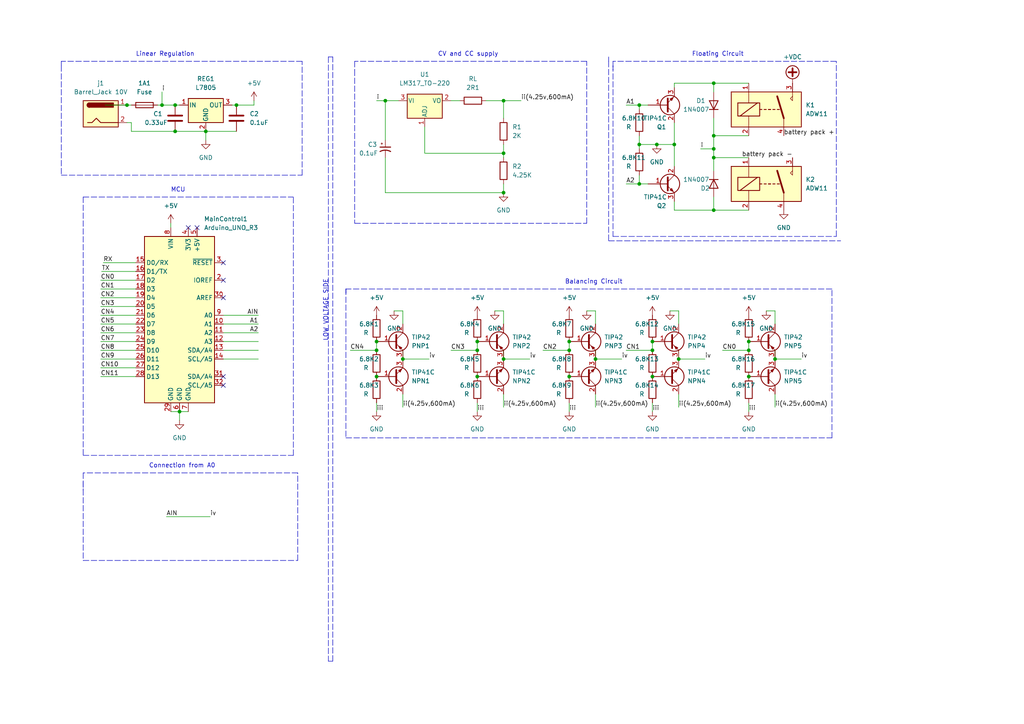
<source format=kicad_sch>
(kicad_sch (version 20250114) (generator "eeschema") (generator_version "9.0")
  (paper "A4")
  (title_block (title "BMS ") (date "2022-12-29") (rev "0.1") (company "Created X-Labs") (comment 1 "Schematic Provided for PCB Drafting by:"))
  (lib_symbols
    (symbol "ADW11_1"
      (property "Reference" "K?" (at 11.43 1.2701 0))
      (property "Value" "ADW11" (at 11.43 -1.2699 0))
      (symbol "ADW11_1_1_1"
        (rectangle (start -10.16 5.08) (end 10.16 -5.08) (stroke (width 0.254)) (fill (type background)))
        (rectangle (start -8.255 1.905) (end -1.905 -1.905) (stroke (width 0.254)))
        (polyline (pts (xy -7.62 -1.905) (xy -2.54 1.905)) (stroke (width 0.254)))
        (polyline (pts (xy -5.08 5.08) (xy -5.08 1.905)))
        (polyline (pts (xy -5.08 -5.08) (xy -5.08 -1.905)))
        (polyline (pts (xy -1.905 0) (xy -1.27 0)) (stroke (width 0.254)))
        (polyline (pts (xy -0.635 0) (xy 0 0)) (stroke (width 0.254)))
        (polyline (pts (xy 0.635 0) (xy 1.27 0)) (stroke (width 0.254)))
        (polyline (pts (xy 0.635 0) (xy 1.27 0)) (stroke (width 0.254)))
        (polyline (pts (xy 1.905 0) (xy 2.54 0)) (stroke (width 0.254)))
        (polyline (pts (xy 3.175 0) (xy 3.81 0)) (stroke (width 0.254)))
        (polyline (pts (xy 5.08 -2.54) (xy 3.175 3.81)) (stroke (width 0.508)))
        (polyline (pts (xy 5.08 -2.54) (xy 5.08 -5.08)))
        (polyline (pts (xy 7.62 3.81) (xy 7.62 5.08)))
        (polyline (pts (xy 7.62 3.81) (xy 7.62 2.54) (xy 6.985 3.175) (xy 7.62 3.81)))
        (pin passive line (at -5.08 7.62 270) (length 2.54) (name "~") (number "1"))
        (pin passive line (at -5.08 -7.62 90) (length 2.54) (name "~") (number "2"))
        (pin passive line (at 5.08 -7.62 90) (length 2.54) (name "~") (number "4"))
        (pin passive line (at 7.62 7.62 270) (length 2.54) (name "~") (number "3"))
      )
    )
    (symbol "Connector:Barrel_Jack" (pin_names (offset 1.016))
      (property "Reference" "J" (at 0 5.334 0))
      (property "Value" "Barrel_Jack" (at 0 -5.08 0))
      (symbol "Barrel_Jack_0_1"
        (rectangle (start -5.08 3.81) (end 5.08 -3.81) (stroke (width 0.254)) (fill (type background)))
        (polyline (pts (xy -3.81 -2.54) (xy -2.54 -2.54) (xy -1.27 -1.27) (xy 0 -2.54) (xy 2.54 -2.54) (xy 5.08 -2.54)) (stroke (width 0.254)))
        (arc (start -3.302 1.905) (mid -3.9342 2.54) (end -3.302 3.175) (stroke (width 0.254)))
        (arc (start -3.302 1.905) (mid -3.9342 2.54) (end -3.302 3.175) (stroke (width 0.254)) (fill (type outline)))
        (rectangle (start 3.683 3.175) (end -3.302 1.905) (stroke (width 0.254)) (fill (type outline)))
        (polyline (pts (xy 5.08 2.54) (xy 3.81 2.54)) (stroke (width 0.254)))
      )
      (symbol "Barrel_Jack_1_1"
        (pin passive line (at 7.62 2.54 180) (length 2.54) (name "~") (number "1"))
        (pin passive line (at 7.62 -2.54 180) (length 2.54) (name "~") (number "2"))
      )
    )
    (symbol "Device:C" (pin_numbers (hide yes)) (pin_names (offset 0.254))
      (property "Reference" "C" (at 0.635 2.54 0))
      (property "Value" "C" (at 0.635 -2.54 0))
      (symbol "C_0_1"
        (polyline (pts (xy -2.032 0.762) (xy 2.032 0.762)) (stroke (width 0.508)))
        (polyline (pts (xy -2.032 -0.762) (xy 2.032 -0.762)) (stroke (width 0.508)))
      )
      (symbol "C_1_1"
        (pin passive line (at 0 3.81 270) (length 2.794) (name "~") (number "1"))
        (pin passive line (at 0 -3.81 90) (length 2.794) (name "~") (number "2"))
      )
    )
    (symbol "Device:C_Polarized_Small_US" (pin_numbers (hide yes)) (pin_names (offset 0.254) (hide yes))
      (property "Reference" "C" (at 0.254 1.778 0))
      (property "Value" "C_Polarized_Small_US" (at 0.254 -2.032 0))
      (symbol "C_Polarized_Small_US_0_1"
        (polyline (pts (xy -1.524 0.508) (xy 1.524 0.508)) (stroke (width 0.3048)))
        (polyline (pts (xy -1.27 1.524) (xy -0.762 1.524)))
        (polyline (pts (xy -1.016 1.27) (xy -1.016 1.778)))
        (arc (start -1.524 -0.762) (mid 0 -0.3734) (end 1.524 -0.762) (stroke (width 0.3048)))
      )
      (symbol "C_Polarized_Small_US_1_1"
        (pin passive line (at 0 2.54 270) (length 2.032) (name "~") (number "1"))
        (pin passive line (at 0 -2.54 90) (length 2.032) (name "~") (number "2"))
      )
    )
    (symbol "Device:Fuse" (pin_numbers (hide yes)) (pin_names (offset 0))
      (property "Reference" "F" (at 2.032 0 90))
      (property "Value" "Fuse" (at -1.905 0 90))
      (symbol "Fuse_0_1"
        (rectangle (start -0.762 -2.54) (end 0.762 2.54) (stroke (width 0.254)))
        (polyline (pts (xy 0 2.54) (xy 0 -2.54)))
      )
      (symbol "Fuse_1_1"
        (pin passive line (at 0 3.81 270) (length 1.27) (name "~") (number "1"))
        (pin passive line (at 0 -3.81 90) (length 1.27) (name "~") (number "2"))
      )
    )
    (symbol "Device:R" (pin_numbers (hide yes)) (pin_names (offset 0))
      (property "Reference" "R" (at 2.032 0 90))
      (property "Value" "R" (at 0 0 90))
      (symbol "R_0_1"
        (rectangle (start -1.016 -2.54) (end 1.016 2.54) (stroke (width 0.254)))
      )
      (symbol "R_1_1"
        (pin passive line (at 0 3.81 270) (length 1.27) (name "~") (number "1"))
        (pin passive line (at 0 -3.81 90) (length 1.27) (name "~") (number "2"))
      )
    )
    (symbol "Diode:1N4007" (pin_numbers (hide yes)) (pin_names (hide yes))
      (property "Reference" "D" (at 0 2.54 0))
      (property "Value" "1N4007" (at 0 -2.54 0))
      (symbol "1N4007_0_1"
        (polyline (pts (xy -1.27 1.27) (xy -1.27 -1.27)) (stroke (width 0.254)))
        (polyline (pts (xy 1.27 1.27) (xy 1.27 -1.27) (xy -1.27 0) (xy 1.27 1.27)) (stroke (width 0.254)))
        (polyline (pts (xy 1.27 0) (xy -1.27 0)))
      )
      (symbol "1N4007_1_1"
        (pin passive line (at -3.81 0 0) (length 2.54) (name "K") (number "1"))
        (pin passive line (at 3.81 0 180) (length 2.54) (name "A") (number "2"))
      )
    )
    (symbol "MCU_Module:Arduino_UNO_R3"
      (property "Reference" "A" (at -10.16 23.495 0))
      (property "Value" "Arduino_UNO_R3" (at 5.08 -26.67 0))
      (symbol "Arduino_UNO_R3_0_1"
        (rectangle (start -10.16 22.86) (end 10.16 -25.4) (stroke (width 0.254)) (fill (type background)))
      )
      (symbol "Arduino_UNO_R3_1_1"
        (pin bidirectional line (at -12.7 15.24 0) (length 2.54) (name "D0/RX") (number "15"))
        (pin bidirectional line (at -12.7 12.7 0) (length 2.54) (name "D1/TX") (number "16"))
        (pin bidirectional line (at -12.7 10.16 0) (length 2.54) (name "D2") (number "17"))
        (pin bidirectional line (at -12.7 7.62 0) (length 2.54) (name "D3") (number "18"))
        (pin bidirectional line (at -12.7 5.08 0) (length 2.54) (name "D4") (number "19"))
        (pin bidirectional line (at -12.7 2.54 0) (length 2.54) (name "D5") (number "20"))
        (pin bidirectional line (at -12.7 0 0) (length 2.54) (name "D6") (number "21"))
        (pin bidirectional line (at -12.7 -2.54 0) (length 2.54) (name "D7") (number "22"))
        (pin bidirectional line (at -12.7 -5.08 0) (length 2.54) (name "D8") (number "23"))
        (pin bidirectional line (at -12.7 -7.62 0) (length 2.54) (name "D9") (number "24"))
        (pin bidirectional line (at -12.7 -10.16 0) (length 2.54) (name "D10") (number "25"))
        (pin bidirectional line (at -12.7 -12.7 0) (length 2.54) (name "D11") (number "26"))
        (pin bidirectional line (at -12.7 -15.24 0) (length 2.54) (name "D12") (number "27"))
        (pin bidirectional line (at -12.7 -17.78 0) (length 2.54) (name "D13") (number "28"))
        (pin no_connect line (at -10.16 -20.32 0) (length 2.54) (hide yes) (name "NC") (number "1"))
        (pin power_in line (at -2.54 25.4 270) (length 2.54) (name "VIN") (number "8"))
        (pin power_in line (at -2.54 -27.94 90) (length 2.54) (name "GND") (number "29"))
        (pin power_in line (at 0 -27.94 90) (length 2.54) (name "GND") (number "6"))
        (pin power_out line (at 2.54 25.4 270) (length 2.54) (name "3V3") (number "4"))
        (pin power_in line (at 2.54 -27.94 90) (length 2.54) (name "GND") (number "7"))
        (pin power_out line (at 5.08 25.4 270) (length 2.54) (name "+5V") (number "5"))
        (pin input line (at 12.7 15.24 180) (length 2.54) (name "~{RESET}") (number "3"))
        (pin output line (at 12.7 10.16 180) (length 2.54) (name "IOREF") (number "2"))
        (pin input line (at 12.7 5.08 180) (length 2.54) (name "AREF") (number "30"))
        (pin bidirectional line (at 12.7 0 180) (length 2.54) (name "A0") (number "9"))
        (pin bidirectional line (at 12.7 -2.54 180) (length 2.54) (name "A1") (number "10"))
        (pin bidirectional line (at 12.7 -5.08 180) (length 2.54) (name "A2") (number "11"))
        (pin bidirectional line (at 12.7 -7.62 180) (length 2.54) (name "A3") (number "12"))
        (pin bidirectional line (at 12.7 -10.16 180) (length 2.54) (name "SDA/A4") (number "13"))
        (pin bidirectional line (at 12.7 -12.7 180) (length 2.54) (name "SCL/A5") (number "14"))
        (pin bidirectional line (at 12.7 -17.78 180) (length 2.54) (name "SDA/A4") (number "31"))
        (pin bidirectional line (at 12.7 -20.32 180) (length 2.54) (name "SCL/A5") (number "32"))
      )
    )
    (symbol "Regulator_Linear:L7805" (pin_names (offset 0.254))
      (property "Reference" "U" (at -3.81 3.175 0))
      (property "Value" "L7805" (at 0 3.175 0))
      (symbol "L7805_0_1"
        (rectangle (start -5.08 1.905) (end 5.08 -5.08) (stroke (width 0.254)) (fill (type background)))
      )
      (symbol "L7805_1_1"
        (pin power_in line (at -7.62 0 0) (length 2.54) (name "IN") (number "1"))
        (pin power_in line (at 0 -7.62 90) (length 2.54) (name "GND") (number "2"))
        (pin power_out line (at 7.62 0 180) (length 2.54) (name "OUT") (number "3"))
      )
    )
    (symbol "Regulator_Linear:LM317_TO-220" (pin_names (offset 0.254))
      (property "Reference" "U" (at -3.81 3.175 0))
      (property "Value" "LM317_TO-220" (at 0 3.175 0))
      (symbol "LM317_TO-220_0_1"
        (rectangle (start -5.08 1.905) (end 5.08 -5.08) (stroke (width 0.254)) (fill (type background)))
      )
      (symbol "LM317_TO-220_1_1"
        (pin power_in line (at -7.62 0 0) (length 2.54) (name "VI") (number "3"))
        (pin input line (at 0 -7.62 90) (length 2.54) (name "ADJ") (number "1"))
        (pin power_out line (at 7.62 0 180) (length 2.54) (name "VO") (number "2"))
      )
    )
    (symbol "Relay:ADW11"
      (property "Reference" "K?" (at 11.43 1.2701 0))
      (property "Value" "ADW11" (at 11.43 -1.2699 0))
      (symbol "ADW11_1_1"
        (rectangle (start -10.16 5.08) (end 10.16 -5.08) (stroke (width 0.254)) (fill (type background)))
        (rectangle (start -8.255 1.905) (end -1.905 -1.905) (stroke (width 0.254)))
        (polyline (pts (xy -7.62 -1.905) (xy -2.54 1.905)) (stroke (width 0.254)))
        (polyline (pts (xy -5.08 5.08) (xy -5.08 1.905)))
        (polyline (pts (xy -5.08 -5.08) (xy -5.08 -1.905)))
        (polyline (pts (xy -1.905 0) (xy -1.27 0)) (stroke (width 0.254)))
        (polyline (pts (xy -0.635 0) (xy 0 0)) (stroke (width 0.254)))
        (polyline (pts (xy 0.635 0) (xy 1.27 0)) (stroke (width 0.254)))
        (polyline (pts (xy 0.635 0) (xy 1.27 0)) (stroke (width 0.254)))
        (polyline (pts (xy 1.905 0) (xy 2.54 0)) (stroke (width 0.254)))
        (polyline (pts (xy 3.175 0) (xy 3.81 0)) (stroke (width 0.254)))
        (polyline (pts (xy 5.08 -2.54) (xy 3.175 3.81)) (stroke (width 0.508)))
        (polyline (pts (xy 5.08 -2.54) (xy 5.08 -5.08)))
        (polyline (pts (xy 7.62 3.81) (xy 7.62 5.08)))
        (polyline (pts (xy 7.62 3.81) (xy 7.62 2.54) (xy 6.985 3.175) (xy 7.62 3.81)))
        (pin passive line (at -5.08 7.62 270) (length 2.54) (name "~") (number "1"))
        (pin passive line (at -5.08 -7.62 90) (length 2.54) (name "~") (number "2"))
        (pin passive line (at 5.08 -7.62 90) (length 2.54) (name "~") (number "4"))
        (pin passive line (at 7.62 7.62 270) (length 2.54) (name "~") (number "3"))
      )
    )
    (symbol "Transistor_BJT:TIP41C" (pin_names (offset 0) (hide yes))
      (property "Reference" "Q" (at 6.35 1.905 0))
      (property "Value" "TIP41C" (at 6.35 0 0))
      (symbol "TIP41C_0_1"
        (polyline (pts (xy 0.635 1.905) (xy 0.635 -1.905) (xy 0.635 -1.905)) (stroke (width 0.508)))
        (polyline (pts (xy 0.635 0.635) (xy 2.54 2.54)))
        (polyline (pts (xy 0.635 -0.635) (xy 2.54 -2.54) (xy 2.54 -2.54)))
        (circle (center 1.27 0) (radius 2.8194) (stroke (width 0.254)))
        (polyline (pts (xy 1.27 -1.778) (xy 1.778 -1.27) (xy 2.286 -2.286) (xy 1.27 -1.778) (xy 1.27 -1.778)) (fill (type outline)))
      )
      (symbol "TIP41C_1_1"
        (pin input line (at -5.08 0 0) (length 5.715) (name "B") (number "1"))
        (pin passive line (at 2.54 5.08 270) (length 2.54) (name "C") (number "2"))
        (pin passive line (at 2.54 -5.08 90) (length 2.54) (name "E") (number "3"))
      )
    )
    (symbol "Transistor_BJT:TIP42" (pin_names (offset 0) (hide yes))
      (property "Reference" "Q" (at 6.35 1.905 0))
      (property "Value" "TIP42" (at 6.35 0 0))
      (symbol "TIP42_0_1"
        (polyline (pts (xy 0.635 1.905) (xy 0.635 -1.905) (xy 0.635 -1.905)) (stroke (width 0.508)))
        (polyline (pts (xy 0.635 0.635) (xy 2.54 2.54)))
        (polyline (pts (xy 0.635 -0.635) (xy 2.54 -2.54) (xy 2.54 -2.54)))
        (circle (center 1.27 0) (radius 2.8194) (stroke (width 0.254)))
        (polyline (pts (xy 2.286 -1.778) (xy 1.778 -2.286) (xy 1.27 -1.27) (xy 2.286 -1.778) (xy 2.286 -1.778)) (fill (type outline)))
      )
      (symbol "TIP42_1_1"
        (pin input line (at -5.08 0 0) (length 5.715) (name "B") (number "1"))
        (pin passive line (at 2.54 5.08 270) (length 2.54) (name "C") (number "2"))
        (pin passive line (at 2.54 -5.08 90) (length 2.54) (name "E") (number "3"))
      )
    )
    (symbol "power:+5V" (power) (pin_names (offset 0))
      (property "Value" "+5V" (at 0 3.556 0))
      (symbol "+5V_0_1"
        (polyline (pts (xy -0.762 1.27) (xy 0 2.54)))
        (polyline (pts (xy 0 2.54) (xy 0.762 1.27)))
        (polyline (pts (xy 0 0) (xy 0 2.54)))
      )
      (symbol "+5V_1_1"
        (pin power_in line (at 0 0 90) (length 0) (hide yes) (name "+5V") (number "1"))
      )
    )
    (symbol "power:+VDC" (power) (pin_names (offset 0))
      (property "Value" "+VDC" (at 0 6.35 0))
      (symbol "+VDC_0_1"
        (polyline (pts (xy -1.143 3.175) (xy 1.143 3.175)) (stroke (width 0.508)))
        (circle (center 0 3.175) (radius 1.905) (stroke (width 0.254)))
        (polyline (pts (xy 0 2.032) (xy 0 4.318)) (stroke (width 0.508)))
        (polyline (pts (xy 0 0) (xy 0 1.27)))
      )
      (symbol "+VDC_1_1"
        (pin power_in line (at 0 0 90) (length 0) (hide yes) (name "+VDC") (number "1"))
      )
    )
    (symbol "power:GND" (power) (pin_names (offset 0))
      (property "Value" "GND" (at 0 -3.81 0))
      (symbol "GND_0_1"
        (polyline (pts (xy 0 0) (xy 0 -1.27) (xy 1.27 -1.27) (xy 0 -2.54) (xy -1.27 -1.27) (xy 0 -1.27)))
      )
      (symbol "GND_1_1"
        (pin power_in line (at 0 0 270) (length 0) (hide yes) (name "GND") (number "1"))
      )
    )
  )
  (text "Linear Regulation" (at 39.37 16.51 0) (effects (font (size 1.27 1.27)) (justify left bottom)))
  (text "MCU" (at 49.53 55.88 0) (effects (font (size 1.27 1.27)) (justify left bottom)))
  (text "Balancing Circuit" (at 163.83 82.55 0) (effects (font (size 1.27 1.27)) (justify left bottom)))
  (text "LOW VOLTAGE SIDE \n" (at 95.25 99.06 90) (effects (font (size 1.27 1.27)) (justify left bottom)))
  (text "Floating Circuit\n" (at 200.66 16.51 0) (effects (font (size 1.27 1.27)) (justify left bottom)))
  (text "Connection from A0" (at 43.18 135.89 0) (effects (font (size 1.27 1.27)) (justify left bottom)))
  (text "CV and CC supply\n" (at 127 16.51 0) (effects (font (size 1.27 1.27)) (justify left bottom)))
  (junction (at 196.85 104.14))
  (junction (at 165.1 99.06))
  (junction (at 185.42 41.91))
  (junction (at 50.8 38.1))
  (junction (at 146.05 44.45))
  (junction (at 207.01 60.96))
  (junction (at 68.58 30.48))
  (junction (at 207.01 45.72))
  (junction (at 109.22 101.6))
  (junction (at 217.17 109.22))
  (junction (at 111.76 29.21))
  (junction (at 189.23 99.06))
  (junction (at 59.69 38.1))
  (junction (at 207.01 24.13))
  (junction (at 116.84 104.14))
  (junction (at 185.42 30.48))
  (junction (at 52.07 119.38))
  (junction (at 224.79 104.14))
  (junction (at 50.8 30.48))
  (junction (at 165.1 109.22))
  (junction (at 138.43 109.22))
  (junction (at 189.23 101.6))
  (junction (at 109.22 109.22))
  (junction (at 138.43 101.6))
  (junction (at 146.05 104.14))
  (junction (at 165.1 101.6))
  (junction (at 207.01 43.18))
  (junction (at 36.83 30.48))
  (junction (at 172.72 104.14))
  (junction (at 195.58 41.91))
  (junction (at 207.01 39.37))
  (junction (at 46.99 30.48))
  (junction (at 109.22 99.06))
  (junction (at 146.05 55.88))
  (junction (at 146.05 29.21))
  (junction (at 217.17 99.06))
  (junction (at 185.42 53.34))
  (junction (at 190.5 41.91))
  (junction (at 217.17 101.6))
  (junction (at 138.43 99.06))
  (junction (at 189.23 109.22))
  (no_connect (at 64.77 111.76))
  (no_connect (at 64.77 81.28))
  (no_connect (at 64.77 76.2))
  (no_connect (at 64.77 109.22))
  (no_connect (at 64.77 86.36))
  (no_connect (at 57.15 66.04))
  (no_connect (at 54.61 66.04))
  (wire (pts (xy 39.37 76.2) (xy 29.972 76.2)))
  (wire (pts (xy 196.85 90.17) (xy 194.31 90.17)))
  (wire (pts (xy 189.23 116.84) (xy 189.23 119.38)))
  (wire (pts (xy 195.58 35.56) (xy 195.58 41.91)))
  (wire (pts (xy 123.19 36.83) (xy 123.19 44.45)))
  (wire (pts (xy 29.21 101.6) (xy 39.37 101.6)))
  (polyline (pts (xy 102.87 20.32) (xy 102.87 64.77)) (stroke (width 0) (type dash)))
  (wire (pts (xy 185.42 31.75) (xy 185.42 30.48)))
  (wire (pts (xy 29.21 99.06) (xy 39.37 99.06)))
  (polyline (pts (xy 177.8 19.05) (xy 177.8 68.58)) (stroke (width 0) (type dash)))
  (wire (pts (xy 207.01 43.18) (xy 207.01 45.72)))
  (wire (pts (xy 185.42 53.34) (xy 187.96 53.34)))
  (wire (pts (xy 172.72 101.6) (xy 172.72 104.14)))
  (wire (pts (xy 73.66 29.21) (xy 73.66 30.48)))
  (wire (pts (xy 39.37 78.74) (xy 29.464 78.74)))
  (wire (pts (xy 196.85 93.98) (xy 196.85 90.17)))
  (wire (pts (xy 59.69 40.64) (xy 59.69 38.1)))
  (wire (pts (xy 189.23 99.06) (xy 189.23 101.6)))
  (polyline (pts (xy 170.18 17.78) (xy 102.87 17.78)) (stroke (width 0) (type dash)))
  (polyline (pts (xy 24.13 162.56) (xy 86.36 162.56)) (stroke (width 0) (type dash)))
  (wire (pts (xy 29.21 109.22) (xy 39.37 109.22)))
  (wire (pts (xy 146.05 34.29) (xy 146.05 29.21)))
  (wire (pts (xy 101.6 101.6) (xy 109.22 101.6)))
  (wire (pts (xy 46.99 26.67) (xy 46.99 30.48)))
  (wire (pts (xy 30.48 30.48) (xy 36.83 30.48)))
  (wire (pts (xy 172.72 118.11) (xy 172.72 114.3)))
  (polyline (pts (xy 242.57 17.78) (xy 177.8 17.78)) (stroke (width 0) (type dash)))
  (wire (pts (xy 116.84 93.98) (xy 116.84 90.17)))
  (wire (pts (xy 138.43 99.06) (xy 138.43 101.6)))
  (wire (pts (xy 111.76 55.88) (xy 146.05 55.88)))
  (wire (pts (xy 185.42 50.8) (xy 185.42 53.34)))
  (wire (pts (xy 29.21 86.36) (xy 39.37 86.36)))
  (wire (pts (xy 36.83 30.48) (xy 38.1 30.48)))
  (wire (pts (xy 190.5 41.91) (xy 195.58 41.91)))
  (wire (pts (xy 49.53 119.38) (xy 52.07 119.38)))
  (wire (pts (xy 64.77 96.52) (xy 74.93 96.52)))
  (polyline (pts (xy 95.25 191.77) (xy 96.52 191.77)) (stroke (width 0) (type dash)))
  (wire (pts (xy 217.17 60.96) (xy 207.01 60.96)))
  (wire (pts (xy 181.61 101.6) (xy 189.23 101.6)))
  (polyline (pts (xy 24.13 57.15) (xy 85.09 57.15)) (stroke (width 0) (type dash)))
  (wire (pts (xy 64.77 91.44) (xy 74.93 91.44)))
  (wire (pts (xy 146.05 41.91) (xy 146.05 44.45)))
  (wire (pts (xy 224.79 101.6) (xy 224.79 104.14)))
  (wire (pts (xy 138.43 116.84) (xy 138.43 119.38)))
  (wire (pts (xy 50.8 30.48) (xy 52.07 30.48)))
  (wire (pts (xy 49.53 64.77) (xy 49.53 66.04)))
  (wire (pts (xy 29.21 91.44) (xy 39.37 91.44)))
  (wire (pts (xy 29.21 81.28) (xy 39.37 81.28)))
  (wire (pts (xy 196.85 118.11) (xy 196.85 114.3)))
  (polyline (pts (xy 17.78 50.8) (xy 87.63 50.8)) (stroke (width 0) (type dash)))
  (wire (pts (xy 172.72 104.14) (xy 180.34 104.14)))
  (wire (pts (xy 209.55 101.6) (xy 217.17 101.6)))
  (wire (pts (xy 38.1 35.56) (xy 38.1 38.1)))
  (wire (pts (xy 172.72 90.17) (xy 170.18 90.17)))
  (wire (pts (xy 185.42 41.91) (xy 185.42 43.18)))
  (polyline (pts (xy 24.13 137.16) (xy 24.13 142.24)) (stroke (width 0) (type dash)))
  (wire (pts (xy 52.07 119.38) (xy 52.07 121.92)))
  (wire (pts (xy 64.77 99.06) (xy 74.93 99.06)))
  (wire (pts (xy 217.17 116.84) (xy 217.17 119.38)))
  (polyline (pts (xy 177.8 68.58) (xy 242.57 68.58)) (stroke (width 0) (type dash)))
  (wire (pts (xy 224.79 104.14) (xy 232.41 104.14)))
  (wire (pts (xy 157.48 101.6) (xy 165.1 101.6)))
  (wire (pts (xy 64.77 93.98) (xy 74.93 93.98)))
  (wire (pts (xy 29.21 96.52) (xy 39.37 96.52)))
  (wire (pts (xy 130.81 101.6) (xy 138.43 101.6)))
  (wire (pts (xy 29.21 104.14) (xy 39.37 104.14)))
  (polyline (pts (xy 17.78 19.05) (xy 17.78 50.8)) (stroke (width 0) (type dash)))
  (wire (pts (xy 195.58 41.91) (xy 195.58 48.26)))
  (wire (pts (xy 195.58 60.96) (xy 207.01 60.96)))
  (polyline (pts (xy 24.13 139.7) (xy 24.13 162.56)) (stroke (width 0) (type dash)))
  (polyline (pts (xy 87.63 50.8) (xy 87.63 17.78)) (stroke (width 0) (type dash)))
  (wire (pts (xy 207.01 57.15) (xy 207.01 60.96)))
  (polyline (pts (xy 170.18 64.77) (xy 170.18 17.78)) (stroke (width 0) (type dash)))
  (polyline (pts (xy 95.25 16.51) (xy 96.52 16.51)) (stroke (width 0) (type dash)))
  (polyline (pts (xy 176.53 16.51) (xy 176.53 17.78)) (stroke (width 0) (type dash)))
  (wire (pts (xy 207.01 45.72) (xy 207.01 49.53)))
  (wire (pts (xy 46.99 30.48) (xy 50.8 30.48)))
  (polyline (pts (xy 96.52 191.77) (xy 96.52 16.51)) (stroke (width 0) (type dash)))
  (wire (pts (xy 116.84 101.6) (xy 116.84 104.14)))
  (polyline (pts (xy 177.8 17.78) (xy 177.8 20.32)) (stroke (width 0) (type dash)))
  (wire (pts (xy 109.22 99.06) (xy 109.22 101.6)))
  (wire (pts (xy 185.42 39.37) (xy 185.42 41.91)))
  (wire (pts (xy 146.05 90.17) (xy 143.51 90.17)))
  (wire (pts (xy 172.72 93.98) (xy 172.72 90.17)))
  (wire (pts (xy 217.17 99.06) (xy 217.17 101.6)))
  (wire (pts (xy 165.1 116.84) (xy 165.1 119.38)))
  (wire (pts (xy 195.58 25.4) (xy 195.58 24.13)))
  (wire (pts (xy 207.01 24.13) (xy 217.17 24.13)))
  (wire (pts (xy 195.58 58.42) (xy 195.58 60.96)))
  (polyline (pts (xy 87.63 17.78) (xy 17.78 17.78)) (stroke (width 0) (type dash)))
  (polyline (pts (xy 102.87 17.78) (xy 102.87 20.32)) (stroke (width 0) (type dash)))
  (wire (pts (xy 146.05 29.21) (xy 151.13 29.21)))
  (wire (pts (xy 116.84 104.14) (xy 124.46 104.14)))
  (wire (pts (xy 29.21 106.68) (xy 39.37 106.68)))
  (polyline (pts (xy 100.33 127) (xy 241.3 127)) (stroke (width 0) (type dash)))
  (wire (pts (xy 185.42 41.91) (xy 190.5 41.91)))
  (wire (pts (xy 146.05 118.11) (xy 146.05 114.3)))
  (wire (pts (xy 59.69 38.1) (xy 68.58 38.1)))
  (polyline (pts (xy 242.57 68.58) (xy 242.57 17.78)) (stroke (width 0) (type dash)))
  (polyline (pts (xy 102.87 64.77) (xy 170.18 64.77)) (stroke (width 0) (type dash)))
  (polyline (pts (xy 17.78 17.78) (xy 17.78 19.05)) (stroke (width 0) (type dash)))
  (wire (pts (xy 203.2 43.18) (xy 207.01 43.18)))
  (wire (pts (xy 130.81 29.21) (xy 133.35 29.21)))
  (wire (pts (xy 195.58 24.13) (xy 207.01 24.13)))
  (wire (pts (xy 29.21 83.82) (xy 39.37 83.82)))
  (wire (pts (xy 123.19 44.45) (xy 146.05 44.45)))
  (wire (pts (xy 67.31 30.48) (xy 68.58 30.48)))
  (polyline (pts (xy 85.09 132.08) (xy 85.09 57.15)) (stroke (width 0) (type dash)))
  (wire (pts (xy 224.79 93.98) (xy 224.79 90.17)))
  (wire (pts (xy 224.79 118.11) (xy 224.79 114.3)))
  (wire (pts (xy 111.76 45.72) (xy 111.76 55.88)))
  (polyline (pts (xy 24.13 57.15) (xy 24.13 132.08)) (stroke (width 0) (type dash)))
  (wire (pts (xy 68.58 30.48) (xy 73.66 30.48)))
  (wire (pts (xy 207.01 39.37) (xy 207.01 34.29)))
  (polyline (pts (xy 24.13 132.08) (xy 85.09 132.08)) (stroke (width 0) (type dash)))
  (wire (pts (xy 146.05 55.88) (xy 146.05 53.34)))
  (wire (pts (xy 217.17 39.37) (xy 207.01 39.37)))
  (wire (pts (xy 36.83 35.56) (xy 38.1 35.56)))
  (polyline (pts (xy 100.33 83.82) (xy 100.33 127)) (stroke (width 0) (type dash)))
  (wire (pts (xy 146.05 104.14) (xy 153.67 104.14)))
  (wire (pts (xy 48.26 149.86) (xy 60.96 149.86)))
  (polyline (pts (xy 241.3 83.82) (xy 100.33 83.82)) (stroke (width 0) (type dash)))
  (wire (pts (xy 64.77 101.6) (xy 74.93 101.6)))
  (polyline (pts (xy 241.3 127) (xy 241.3 83.82)) (stroke (width 0) (type dash)))
  (wire (pts (xy 185.42 30.48) (xy 187.96 30.48)))
  (wire (pts (xy 64.77 104.14) (xy 74.93 104.14)))
  (polyline (pts (xy 95.25 16.51) (xy 95.25 191.77)) (stroke (width 0) (type dash)))
  (wire (pts (xy 146.05 101.6) (xy 146.05 104.14)))
  (polyline (pts (xy 86.36 137.16) (xy 24.13 137.16)) (stroke (width 0) (type dash)))
  (wire (pts (xy 207.01 39.37) (xy 207.01 43.18)))
  (wire (pts (xy 146.05 29.21) (xy 140.97 29.21)))
  (wire (pts (xy 109.22 29.21) (xy 111.76 29.21)))
  (wire (pts (xy 146.05 44.45) (xy 146.05 45.72)))
  (wire (pts (xy 111.76 29.21) (xy 115.57 29.21)))
  (wire (pts (xy 224.79 90.17) (xy 222.25 90.17)))
  (wire (pts (xy 207.01 26.67) (xy 207.01 24.13)))
  (wire (pts (xy 38.1 38.1) (xy 50.8 38.1)))
  (wire (pts (xy 52.07 119.38) (xy 54.61 119.38)))
  (wire (pts (xy 207.01 45.72) (xy 217.17 45.72)))
  (polyline (pts (xy 86.36 162.56) (xy 86.36 137.16)) (stroke (width 0) (type dash)))
  (wire (pts (xy 196.85 101.6) (xy 196.85 104.14)))
  (wire (pts (xy 181.61 30.48) (xy 185.42 30.48)))
  (wire (pts (xy 45.72 30.48) (xy 46.99 30.48)))
  (wire (pts (xy 116.84 90.17) (xy 114.3 90.17)))
  (wire (pts (xy 109.22 116.84) (xy 109.22 119.38)))
  (wire (pts (xy 116.84 118.11) (xy 116.84 114.3)))
  (wire (pts (xy 50.8 38.1) (xy 59.69 38.1)))
  (polyline (pts (xy 176.53 17.78) (xy 176.53 69.85)) (stroke (width 0) (type dash)))
  (wire (pts (xy 165.1 99.06) (xy 165.1 101.6)))
  (polyline (pts (xy 100.33 83.82) (xy 100.33 85.09)) (stroke (width 0) (type dash)))
  (wire (pts (xy 181.61 53.34) (xy 185.42 53.34)))
  (wire (pts (xy 29.21 93.98) (xy 39.37 93.98)))
  (wire (pts (xy 146.05 93.98) (xy 146.05 90.17)))
  (wire (pts (xy 196.85 104.14) (xy 204.47 104.14)))
  (wire (pts (xy 29.21 88.9) (xy 39.37 88.9)))
  (wire (pts (xy 111.76 29.21) (xy 111.76 40.64)))
  (polyline (pts (xy 176.53 69.85) (xy 243.84 69.85)) (stroke (width 0) (type dash)))
  (label "CN1" (at 181.61 101.6 0))
  (label "iii" (at 165.1 119.38 0))
  (label "AIN" (at 74.93 91.44 180))
  (label "CN4" (at 29.21 91.44 0))
  (label "iii" (at 109.22 119.38 0))
  (label "CN1" (at 29.21 83.82 0))
  (label "CN6" (at 29.21 96.52 0))
  (label "TX" (at 29.464 78.74 0))
  (label "iv" (at 232.41 104.14 0))
  (label "i" (at 203.2 43.18 0))
  (label "AIN" (at 48.26 149.86 0))
  (label "ii(4.25v,600mA)" (at 224.79 118.11 0))
  (label "CN9" (at 29.21 104.14 0))
  (label "iv" (at 153.67 104.14 0))
  (label "iv" (at 204.47 104.14 0))
  (label "iii" (at 189.23 119.38 0))
  (label "ii(4.25v,600mA)" (at 196.85 118.11 0))
  (label "CN3" (at 130.81 101.6 0))
  (label "ii(4.25v,600mA)" (at 151.13 29.21 0))
  (label "A1" (at 181.61 30.48 0))
  (label "iv" (at 124.46 104.14 0))
  (label "battery pack -" (at 229.87 45.72 180))
  (label "iii" (at 138.43 119.38 0))
  (label "ii(4.25v,600mA)" (at 172.72 118.11 0))
  (label "CN5" (at 29.21 93.98 0))
  (label "A1" (at 74.93 93.98 180))
  (label "iv" (at 60.96 149.86 0))
  (label "RX" (at 29.972 76.2 0))
  (label "ii(4.25v,600mA)" (at 116.84 118.11 0))
  (label "ii(4.25v,600mA)" (at 146.05 118.11 0))
  (label "A2" (at 181.61 53.34 0))
  (label "iv" (at 180.34 104.14 0))
  (label "CN0" (at 209.55 101.6 0))
  (label "CN4" (at 101.6 101.6 0))
  (label "i" (at 109.22 29.21 0))
  (label "battery pack +" (at 227.33 39.37 0))
  (label "iii" (at 217.17 119.38 0))
  (label "A2" (at 74.93 96.52 180))
  (label "CN11" (at 29.21 109.22 0))
  (label "CN0" (at 29.21 81.28 0))
  (label "CN8" (at 29.21 101.6 0))
  (label "CN3" (at 29.21 88.9 0))
  (label "CN2" (at 157.48 101.6 0))
  (label "CN10" (at 29.21 106.68 0))
  (label "i" (at 46.99 26.67 0))
  (label "CN7" (at 29.21 99.06 0))
  (label "CN2" (at 29.21 86.36 0))
  (symbol (lib_id "power:GND") (at 217.17 119.38 0) (unit 1)
    (property "Reference" "#PWR021" (effects (hide yes)))
    (property "Value" "GND" (at 217.17 124.46 0))
  )
  (symbol (lib_id "power:GND") (at 189.23 119.38 0) (unit 1)
    (property "Reference" "#PWR017" (effects (hide yes)))
    (property "Value" "GND" (at 189.23 124.46 0))
  )
  (symbol (lib_id "Device:R") (at 189.23 113.03 0) (unit 1)
    (property "Reference" "6.8K14" (at 184.15 111.76 0) (effects (justify left)))
    (property "Value" "R" (at 185.42 114.3 0) (effects (justify left)))
    (property "Footprint" "Resistor_THT:R_Axial_DIN0207_L6.3mm_D2.5mm_P10.16mm_Horizontal" (effects (hide yes)))
  )
  (symbol (lib_id "MCU_Module:Arduino_UNO_R3") (at 52.07 91.44 0) (unit 1)
    (property "Reference" "MainControl1" (at 59.1694 63.5 0) (effects (justify left)))
    (property "Value" "Arduino_UNO_R3" (at 59.1694 66.04 0) (effects (justify left)))
    (property "Footprint" "Module:Arduino_UNO_R3" (effects (hide yes)))
    (property "Datasheet" "https://www.arduino.cc/en/Main/arduinoBoardUno" (effects (hide yes)))
  )
  (symbol (lib_id "Device:R") (at 146.05 49.53 0) (unit 1)
    (property "Reference" "R2" (at 148.59 48.2599 0) (effects (justify left)))
    (property "Value" "4.25K" (at 148.59 50.7999 0) (effects (justify left)))
    (property "Footprint" "Resistor_THT:R_Axial_DIN0207_L6.3mm_D2.5mm_P10.16mm_Horizontal" (effects (hide yes)))
  )
  (symbol (lib_id "Device:R") (at 217.17 113.03 0) (unit 1)
    (property "Reference" "6.8K17" (at 212.09 111.76 0) (effects (justify left)))
    (property "Value" "R" (at 213.36 114.3 0) (effects (justify left)))
    (property "Footprint" "Resistor_THT:R_Axial_DIN0207_L6.3mm_D2.5mm_P10.16mm_Horizontal" (effects (hide yes)))
  )
  (symbol (lib_id "Device:R") (at 146.05 38.1 180) (unit 1)
    (property "Reference" "R1" (at 148.59 36.8299 0) (effects (justify right)))
    (property "Value" "2K" (at 148.59 39.3699 0) (effects (justify right)))
    (property "Footprint" "Resistor_THT:R_Axial_DIN0207_L6.3mm_D2.5mm_P10.16mm_Horizontal" (effects (hide yes)))
  )
  (symbol (lib_id "Diode:1N4007") (at 207.01 30.48 90) (unit 1)
    (property "Reference" "D1" (at 201.93 29.21 90) (effects (justify right)))
    (property "Value" "1N4007" (at 198.12 31.75 90) (effects (justify right)))
    (property "Footprint" "Diode_THT:D_DO-41_SOD81_P12.70mm_Horizontal" (effects (hide yes)))
    (property "Datasheet" "http://www.vishay.com/docs/88503/1n4001.pdf" (effects (hide yes)))
  )
  (symbol (lib_id "Transistor_BJT:TIP41C") (at 222.25 109.22 0) (mirror x) (unit 1)
    (property "Reference" "NPN5" (at 227.33 110.4901 0) (effects (justify left)))
    (property "Value" "TIP41C" (at 227.33 107.9501 0) (effects (justify left)))
    (property "Footprint" "Package_TO_SOT_THT:TO-220-3_Vertical" (effects (hide yes)))
    (property "Datasheet" "https://www.centralsemi.com/get_document.php?cmp=1&mergetype=pd&mergepath=pd&pdf_id=tip41.PDF" (effects (hide yes)))
  )
  (symbol (lib_id "power:GND") (at 190.5 41.91 0) (unit 1)
    (property "Reference" "#PWR018" (effects (hide yes)))
    (property "Value" "GND" (at 190.5 46.99 0))
  )
  (symbol (lib_id "Device:R") (at 165.1 95.25 0) (unit 1)
    (property "Reference" "6.8K7" (at 160.02 93.98 0) (effects (justify left)))
    (property "Value" "R" (at 161.29 96.52 0) (effects (justify left)))
    (property "Footprint" "Resistor_THT:R_Axial_DIN0207_L6.3mm_D2.5mm_P10.16mm_Horizontal" (effects (hide yes)))
  )
  (symbol (lib_id "Device:R") (at 185.42 46.99 0) (unit 1)
    (property "Reference" "6.8K11" (at 180.34 45.72 0) (effects (justify left)))
    (property "Value" "R" (at 181.61 48.26 0) (effects (justify left)))
    (property "Footprint" "Resistor_THT:R_Axial_DIN0207_L6.3mm_D2.5mm_P10.16mm_Horizontal" (effects (hide yes)))
  )
  (symbol (lib_name "ADW11_1") (lib_id "Relay:ADW11") (at 222.25 53.34 0) (unit 1)
    (property "Reference" "K2" (at 233.68 52.0699 0) (effects (justify left)))
    (property "Value" "ADW11" (at 233.68 54.6099 0) (effects (justify left)))
    (property "Footprint" "Relay_THT:Relay_SPDT_SANYOU_SRD_Series_Form_C" (effects (hide yes)))
    (property "Datasheet" "https://www.panasonic-electric-works.com/pew/es/downloads/ds_dw_hl_en.pdf" (effects (hide yes)))
  )
  (symbol (lib_id "power:GND") (at 170.18 90.17 0) (unit 1)
    (property "Reference" "#PWR015" (effects (hide yes)))
    (property "Value" "GND" (at 170.18 95.25 0))
  )
  (symbol (lib_id "Device:C_Polarized_Small_US") (at 111.76 43.18 0) (unit 1)
    (property "Reference" "C3" (at 106.68 41.91 0) (effects (justify left)))
    (property "Value" "0.1uF" (at 104.14 44.45 0) (effects (justify left)))
    (property "Footprint" "Capacitor_THT:CP_Radial_D4.0mm_P2.00mm" (effects (hide yes)))
  )
  (symbol (lib_id "Connector:Barrel_Jack") (at 29.21 33.02 0) (unit 1)
    (property "Reference" "j1" (at 29.21 24.13 0))
    (property "Value" "Barrel_Jack 10V" (at 29.21 26.67 0))
    (property "Footprint" "Connector_BarrelJack:BarrelJack_Wuerth_6941xx301002" (effects (hide yes)))
  )
  (symbol (lib_id "Device:R") (at 138.43 113.03 0) (unit 1)
    (property "Reference" "6.8K6" (at 133.35 111.76 0) (effects (justify left)))
    (property "Value" "R" (at 134.62 114.3 0) (effects (justify left)))
    (property "Footprint" "Resistor_THT:R_Axial_DIN0207_L6.3mm_D2.5mm_P10.16mm_Horizontal" (effects (hide yes)))
  )
  (symbol (lib_id "Device:R") (at 109.22 95.25 0) (unit 1)
    (property "Reference" "6.8K1" (at 104.14 93.98 0) (effects (justify left)))
    (property "Value" "R" (at 105.41 96.52 0) (effects (justify left)))
    (property "Footprint" "Resistor_THT:R_Axial_DIN0207_L6.3mm_D2.5mm_P10.16mm_Horizontal" (effects (hide yes)))
  )
  (symbol (lib_id "power:GND") (at 194.31 90.17 0) (unit 1)
    (property "Reference" "#PWR019" (effects (hide yes)))
    (property "Value" "GND" (at 194.31 95.25 0))
  )
  (symbol (lib_id "Device:R") (at 138.43 95.25 0) (unit 1)
    (property "Reference" "6.8K4" (at 133.35 93.98 0) (effects (justify left)))
    (property "Value" "R" (at 134.62 96.52 0) (effects (justify left)))
    (property "Footprint" "Resistor_THT:R_Axial_DIN0207_L6.3mm_D2.5mm_P10.16mm_Horizontal" (effects (hide yes)))
  )
  (symbol (lib_id "Transistor_BJT:TIP42") (at 143.51 99.06 0) (unit 1)
    (property "Reference" "PNP2" (at 148.59 100.3301 0) (effects (justify left)))
    (property "Value" "TIP42" (at 148.59 97.7901 0) (effects (justify left)))
    (property "Footprint" "Package_TO_SOT_THT:TO-220-3_Vertical" (effects (hide yes)))
    (property "Datasheet" "https://www.centralsemi.com/get_document.php?cmp=1&mergetype=pd&mergepath=pd&pdf_id=TIP42.PDF" (effects (hide yes)))
  )
  (symbol (lib_id "power:GND") (at 165.1 119.38 0) (unit 1)
    (property "Reference" "#PWR014" (effects (hide yes)))
    (property "Value" "GND" (at 165.1 124.46 0))
  )
  (symbol (lib_id "Device:R") (at 109.22 105.41 0) (unit 1)
    (property "Reference" "6.8K2" (at 104.14 104.14 0) (effects (justify left)))
    (property "Value" "R" (at 105.41 106.68 0) (effects (justify left)))
    (property "Footprint" "Resistor_THT:R_Axial_DIN0207_L6.3mm_D2.5mm_P10.16mm_Horizontal" (effects (hide yes)))
  )
  (symbol (lib_id "Device:R") (at 137.16 29.21 90) (unit 1)
    (property "Reference" "2R1" (at 137.16 25.4 90))
    (property "Value" "RL" (at 137.16 22.86 90))
    (property "Footprint" "Resistor_THT:R_Axial_DIN0207_L6.3mm_D2.5mm_P10.16mm_Horizontal" (effects (hide yes)))
  )
  (symbol (lib_id "power:GND") (at 114.3 90.17 0) (unit 1)
    (property "Reference" "#PWR08" (effects (hide yes)))
    (property "Value" "GND" (at 114.3 95.25 0))
  )
  (symbol (lib_id "Relay:ADW11") (at 222.25 31.75 0) (unit 1)
    (property "Reference" "K1" (at 233.68 30.4799 0) (effects (justify left)))
    (property "Value" "ADW11" (at 233.68 33.0199 0) (effects (justify left)))
    (property "Footprint" "Relay_THT:Relay_SPDT_SANYOU_SRD_Series_Form_C" (effects (hide yes)))
    (property "Datasheet" "https://www.panasonic-electric-works.com/pew/es/downloads/ds_dw_hl_en.pdf" (effects (hide yes)))
  )
  (symbol (lib_id "Device:R") (at 109.22 113.03 0) (unit 1)
    (property "Reference" "6.8K3" (at 104.14 111.76 0) (effects (justify left)))
    (property "Value" "R" (at 105.41 114.3 0) (effects (justify left)))
    (property "Footprint" "Resistor_THT:R_Axial_DIN0207_L6.3mm_D2.5mm_P10.16mm_Horizontal" (effects (hide yes)))
  )
  (symbol (lib_id "power:GND") (at 52.07 121.92 0) (unit 1)
    (property "Reference" "#PWR03" (effects (hide yes)))
    (property "Value" "GND" (at 52.07 127 0))
  )
  (symbol (lib_id "Device:R") (at 189.23 105.41 0) (unit 1)
    (property "Reference" "6.8K13" (at 184.15 104.14 0) (effects (justify left)))
    (property "Value" "R" (at 185.42 106.68 0) (effects (justify left)))
    (property "Footprint" "Resistor_THT:R_Axial_DIN0207_L6.3mm_D2.5mm_P10.16mm_Horizontal" (effects (hide yes)))
  )
  (symbol (lib_id "Device:R") (at 165.1 113.03 0) (unit 1)
    (property "Reference" "6.8K9" (at 160.02 111.76 0) (effects (justify left)))
    (property "Value" "R" (at 161.29 114.3 0) (effects (justify left)))
    (property "Footprint" "Resistor_THT:R_Axial_DIN0207_L6.3mm_D2.5mm_P10.16mm_Horizontal" (effects (hide yes)))
  )
  (symbol (lib_id "Transistor_BJT:TIP41C") (at 193.04 53.34 0) (unit 1)
    (property "Reference" "Q2" (at 190.5 59.69 0) (effects (justify left)))
    (property "Value" "TIP41C" (at 186.69 57.15 0) (effects (justify left)))
    (property "Footprint" "Package_TO_SOT_THT:TO-220-3_Vertical" (effects (hide yes)))
    (property "Datasheet" "https://www.centralsemi.com/get_document.php?cmp=1&mergetype=pd&mergepath=pd&pdf_id=tip41.PDF" (effects (hide yes)))
  )
  (symbol (lib_id "Transistor_BJT:TIP41C") (at 170.18 109.22 0) (mirror x) (unit 1)
    (property "Reference" "NPN3" (at 175.26 110.4901 0) (effects (justify left)))
    (property "Value" "TIP41C" (at 175.26 107.9501 0) (effects (justify left)))
    (property "Footprint" "Package_TO_SOT_THT:TO-220-3_Vertical" (effects (hide yes)))
    (property "Datasheet" "https://www.centralsemi.com/get_document.php?cmp=1&mergetype=pd&mergepath=pd&pdf_id=tip41.PDF" (effects (hide yes)))
  )
  (symbol (lib_id "Regulator_Linear:LM317_TO-220") (at 123.19 29.21 0) (unit 1)
    (property "Reference" "U1" (at 123.19 21.59 0))
    (property "Value" "LM317_TO-220" (at 123.19 24.13 0))
    (property "Footprint" "Package_TO_SOT_THT:TO-220-3_Vertical" (effects (hide yes)))
    (property "Datasheet" "http://www.ti.com/lit/ds/symlink/lm317.pdf" (effects (hide yes)))
  )
  (symbol (lib_id "Transistor_BJT:TIP41C") (at 194.31 109.22 0) (mirror x) (unit 1)
    (property "Reference" "NPN4" (at 199.39 110.4901 0) (effects (justify left)))
    (property "Value" "TIP41C" (at 199.39 107.9501 0) (effects (justify left)))
    (property "Footprint" "Package_TO_SOT_THT:TO-220-3_Vertical" (effects (hide yes)))
    (property "Datasheet" "https://www.centralsemi.com/get_document.php?cmp=1&mergetype=pd&mergepath=pd&pdf_id=tip41.PDF" (effects (hide yes)))
  )
  (symbol (lib_id "Device:C") (at 50.8 34.29 0) (unit 1)
    (property "Reference" "C1" (at 44.45 33.02 0) (effects (justify left)))
    (property "Value" "0.33uF" (at 41.91 35.56 0) (effects (justify left)))
    (property "Footprint" "Capacitor_THT:CP_Radial_D4.0mm_P2.00mm" (effects (hide yes)))
  )
  (symbol (lib_id "Transistor_BJT:TIP41C") (at 143.51 109.22 0) (mirror x) (unit 1)
    (property "Reference" "NPN2" (at 148.59 110.4901 0) (effects (justify left)))
    (property "Value" "TIP41C" (at 148.59 107.9501 0) (effects (justify left)))
    (property "Footprint" "Package_TO_SOT_THT:TO-220-3_Vertical" (effects (hide yes)))
    (property "Datasheet" "https://www.centralsemi.com/get_document.php?cmp=1&mergetype=pd&mergepath=pd&pdf_id=tip41.PDF" (effects (hide yes)))
  )
  (symbol (lib_id "power:GND") (at 138.43 119.38 0) (unit 1)
    (property "Reference" "#PWR010" (effects (hide yes)))
    (property "Value" "GND" (at 138.43 124.46 0))
  )
  (symbol (lib_id "Transistor_BJT:TIP42") (at 194.31 99.06 0) (unit 1)
    (property "Reference" "PNP4" (at 199.39 100.3301 0) (effects (justify left)))
    (property "Value" "TIP42" (at 199.39 97.7901 0) (effects (justify left)))
    (property "Footprint" "Package_TO_SOT_THT:TO-220-3_Vertical" (effects (hide yes)))
    (property "Datasheet" "https://www.centralsemi.com/get_document.php?cmp=1&mergetype=pd&mergepath=pd&pdf_id=TIP42.PDF" (effects (hide yes)))
  )
  (symbol (lib_id "Diode:1N4007") (at 207.01 53.34 90) (mirror x) (unit 1)
    (property "Reference" "D2" (at 203.2 54.61 90) (effects (justify right)))
    (property "Value" "1N4007" (at 198.12 52.07 90) (effects (justify right)))
    (property "Footprint" "Diode_THT:D_DO-41_SOD81_P12.70mm_Horizontal" (effects (hide yes)))
    (property "Datasheet" "http://www.vishay.com/docs/88503/1n4001.pdf" (effects (hide yes)))
  )
  (symbol (lib_id "power:+5V") (at 49.53 64.77 0) (unit 1)
    (property "Reference" "#PWR02" (effects (hide yes)))
    (property "Value" "+5V" (at 49.53 59.69 0))
  )
  (symbol (lib_id "Device:R") (at 138.43 105.41 0) (unit 1)
    (property "Reference" "6.8K5" (at 133.35 104.14 0) (effects (justify left)))
    (property "Value" "R" (at 134.62 106.68 0) (effects (justify left)))
    (property "Footprint" "Resistor_THT:R_Axial_DIN0207_L6.3mm_D2.5mm_P10.16mm_Horizontal" (effects (hide yes)))
  )
  (symbol (lib_id "Device:Fuse") (at 41.91 30.48 90) (unit 1)
    (property "Reference" "1A1" (at 41.91 24.13 90))
    (property "Value" "Fuse" (at 41.91 26.67 90))
    (property "Footprint" "Fuse:Fuseholder_Cylinder-5x20mm_Schurter_0031_8201_Horizontal_Open" (effects (hide yes)))
  )
  (symbol (lib_id "power:+5V") (at 109.22 91.44 0) (unit 1)
    (property "Reference" "#PWR06" (effects (hide yes)))
    (property "Value" "+5V" (at 109.22 86.36 0))
  )
  (symbol (lib_id "Device:R") (at 165.1 105.41 0) (unit 1)
    (property "Reference" "6.8K8" (at 160.02 104.14 0) (effects (justify left)))
    (property "Value" "R" (at 161.29 106.68 0) (effects (justify left)))
    (property "Footprint" "Resistor_THT:R_Axial_DIN0207_L6.3mm_D2.5mm_P10.16mm_Horizontal" (effects (hide yes)))
  )
  (symbol (lib_id "Device:R") (at 185.42 35.56 0) (unit 1)
    (property "Reference" "6.8K10" (at 180.34 34.29 0) (effects (justify left)))
    (property "Value" "R" (at 181.61 36.83 0) (effects (justify left)))
    (property "Footprint" "Resistor_THT:R_Axial_DIN0207_L6.3mm_D2.5mm_P10.16mm_Horizontal" (effects (hide yes)))
  )
  (symbol (lib_id "power:GND") (at 143.51 90.17 0) (unit 1)
    (property "Reference" "#PWR011" (effects (hide yes)))
    (property "Value" "GND" (at 143.51 95.25 0))
  )
  (symbol (lib_id "power:GND") (at 146.05 55.88 0) (unit 1)
    (property "Reference" "#PWR012" (effects (hide yes)))
    (property "Value" "GND" (at 146.05 60.96 0))
  )
  (symbol (lib_id "Regulator_Linear:L7805") (at 59.69 30.48 0) (unit 1)
    (property "Reference" "REG1" (at 59.69 22.86 0))
    (property "Value" "L7805" (at 59.69 25.4 0))
    (property "Footprint" "Package_TO_SOT_THT:TO-220-3_Vertical" (effects (hide yes)))
    (property "Datasheet" "http://www.st.com/content/ccc/resource/technical/document/datasheet/41/4f/b3/b0/12/d4/47/88/CD00000444.pdf/files/CD00000444.pdf/jcr:content/translations/en.CD00000444.pdf" (effects (hide yes)))
  )
  (symbol (lib_id "Transistor_BJT:TIP42") (at 114.3 99.06 0) (unit 1)
    (property "Reference" "PNP1" (at 119.38 100.3301 0) (effects (justify left)))
    (property "Value" "TIP42" (at 119.38 97.7901 0) (effects (justify left)))
    (property "Footprint" "Package_TO_SOT_THT:TO-220-3_Vertical" (effects (hide yes)))
    (property "Datasheet" "https://www.centralsemi.com/get_document.php?cmp=1&mergetype=pd&mergepath=pd&pdf_id=TIP42.PDF" (effects (hide yes)))
  )
  (symbol (lib_id "power:GND") (at 59.69 40.64 0) (unit 1)
    (property "Reference" "#PWR04" (effects (hide yes)))
    (property "Value" "GND" (at 59.69 45.72 0))
  )
  (symbol (lib_id "power:+5V") (at 138.43 91.44 0) (unit 1)
    (property "Reference" "#PWR09" (effects (hide yes)))
    (property "Value" "+5V" (at 138.43 86.36 0))
  )
  (symbol (lib_id "power:GND") (at 222.25 90.17 0) (unit 1)
    (property "Reference" "#PWR022" (effects (hide yes)))
    (property "Value" "GND" (at 222.25 95.25 0))
  )
  (symbol (lib_id "Device:R") (at 217.17 105.41 0) (unit 1)
    (property "Reference" "6.8K16" (at 212.09 104.14 0) (effects (justify left)))
    (property "Value" "R" (at 213.36 106.68 0) (effects (justify left)))
    (property "Footprint" "Resistor_THT:R_Axial_DIN0207_L6.3mm_D2.5mm_P10.16mm_Horizontal" (effects (hide yes)))
  )
  (symbol (lib_id "Device:R") (at 189.23 95.25 0) (unit 1)
    (property "Reference" "6.8K12" (at 184.15 93.98 0) (effects (justify left)))
    (property "Value" "R" (at 185.42 96.52 0) (effects (justify left)))
    (property "Footprint" "Resistor_THT:R_Axial_DIN0207_L6.3mm_D2.5mm_P10.16mm_Horizontal" (effects (hide yes)))
  )
  (symbol (lib_id "Device:C") (at 68.58 34.29 0) (unit 1)
    (property "Reference" "C2" (at 72.39 33.0199 0) (effects (justify left)))
    (property "Value" "0.1uF" (at 72.39 35.5599 0) (effects (justify left)))
    (property "Footprint" "Capacitor_THT:CP_Radial_D4.0mm_P2.00mm" (effects (hide yes)))
  )
  (symbol (lib_id "power:GND") (at 227.33 60.96 0) (unit 1)
    (property "Reference" "#PWR023" (effects (hide yes)))
    (property "Value" "GND" (at 227.33 66.04 0))
  )
  (symbol (lib_id "power:+5V") (at 189.23 91.44 0) (unit 1)
    (property "Reference" "#PWR016" (effects (hide yes)))
    (property "Value" "+5V" (at 189.23 86.36 0))
  )
  (symbol (lib_id "Transistor_BJT:TIP42") (at 222.25 99.06 0) (unit 1)
    (property "Reference" "PNP5" (at 227.33 100.3301 0) (effects (justify left)))
    (property "Value" "TIP42" (at 227.33 97.7901 0) (effects (justify left)))
    (property "Footprint" "Package_TO_SOT_THT:TO-220-3_Vertical" (effects (hide yes)))
    (property "Datasheet" "https://www.centralsemi.com/get_document.php?cmp=1&mergetype=pd&mergepath=pd&pdf_id=TIP42.PDF" (effects (hide yes)))
  )
  (symbol (lib_id "power:+VDC") (at 229.87 24.13 0) (unit 1)
    (property "Reference" "#PWR024" (effects (hide yes)))
    (property "Value" "+VDC" (at 229.87 16.51 0))
  )
  (symbol (lib_id "Transistor_BJT:TIP41C") (at 114.3 109.22 0) (mirror x) (unit 1)
    (property "Reference" "NPN1" (at 119.38 110.4901 0) (effects (justify left)))
    (property "Value" "TIP41C" (at 119.38 107.9501 0) (effects (justify left)))
    (property "Footprint" "Package_TO_SOT_THT:TO-220-3_Vertical" (effects (hide yes)))
    (property "Datasheet" "https://www.centralsemi.com/get_document.php?cmp=1&mergetype=pd&mergepath=pd&pdf_id=tip41.PDF" (effects (hide yes)))
  )
  (symbol (lib_id "Device:R") (at 217.17 95.25 0) (unit 1)
    (property "Reference" "6.8K15" (at 212.09 93.98 0) (effects (justify left)))
    (property "Value" "R" (at 213.36 96.52 0) (effects (justify left)))
    (property "Footprint" "Resistor_THT:R_Axial_DIN0207_L6.3mm_D2.5mm_P10.16mm_Horizontal" (effects (hide yes)))
  )
  (symbol (lib_id "Transistor_BJT:TIP41C") (at 193.04 30.48 0) (mirror x) (unit 1)
    (property "Reference" "Q1" (at 190.5 36.83 0) (effects (justify left)))
    (property "Value" "TIP41C" (at 186.69 34.29 0) (effects (justify left)))
    (property "Footprint" "Package_TO_SOT_THT:TO-220-3_Vertical" (effects (hide yes)))
    (property "Datasheet" "https://www.centralsemi.com/get_document.php?cmp=1&mergetype=pd&mergepath=pd&pdf_id=tip41.PDF" (effects (hide yes)))
  )
  (symbol (lib_id "power:+5V") (at 217.17 91.44 0) (unit 1)
    (property "Reference" "#PWR020" (effects (hide yes)))
    (property "Value" "+5V" (at 217.17 86.36 0))
  )
  (symbol (lib_id "power:GND") (at 109.22 119.38 0) (unit 1)
    (property "Reference" "#PWR07" (effects (hide yes)))
    (property "Value" "GND" (at 109.22 124.46 0))
  )
  (symbol (lib_id "power:+5V") (at 73.66 29.21 0) (unit 1)
    (property "Reference" "#PWR05" (effects (hide yes)))
    (property "Value" "+5V" (at 73.66 24.13 0))
  )
  (symbol (lib_id "Transistor_BJT:TIP42") (at 170.18 99.06 0) (unit 1)
    (property "Reference" "PNP3" (at 175.26 100.3301 0) (effects (justify left)))
    (property "Value" "TIP42" (at 175.26 97.7901 0) (effects (justify left)))
    (property "Footprint" "Package_TO_SOT_THT:TO-220-3_Vertical" (effects (hide yes)))
    (property "Datasheet" "https://www.centralsemi.com/get_document.php?cmp=1&mergetype=pd&mergepath=pd&pdf_id=TIP42.PDF" (effects (hide yes)))
  )
  (symbol (lib_id "power:+5V") (at 165.1 91.44 0) (unit 1)
    (property "Reference" "#PWR013" (effects (hide yes)))
    (property "Value" "+5V" (at 165.1 86.36 0))
  )
)
</source>
